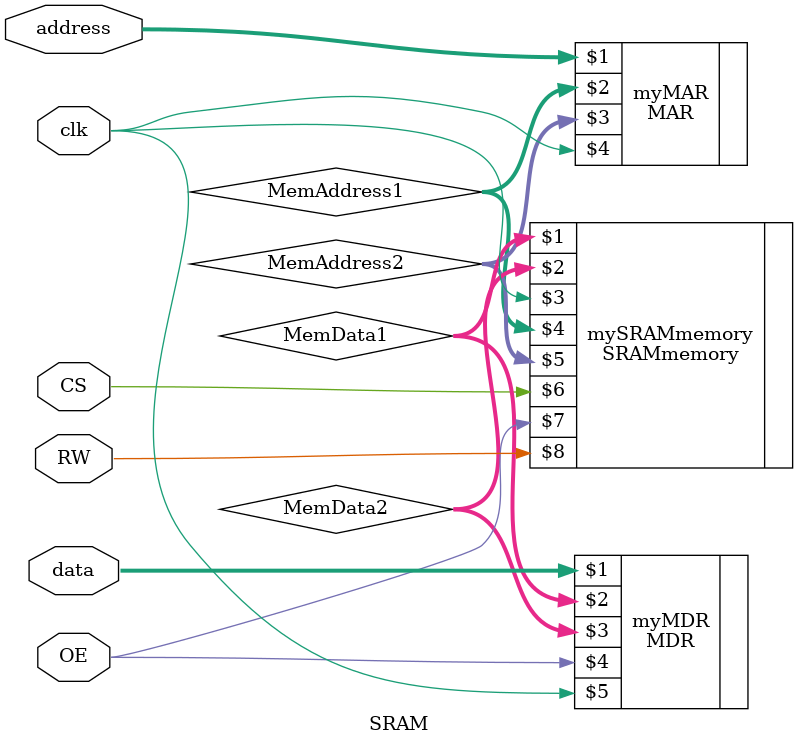
<source format=v>
`include "MAR.v"
`include "MDR.v"
`include "SRAMmemory.v"
`include "memory.v"

module SRAM (data, address,OE,CS,RW, clk/*,data1out,data2out*/);
	
	//output  [15:0] data1out,data2out;
	//wire [15:0] data1,data2;
	//assign data1out=data1;
	//assign data2out=data2;
	
	
	inout [31:0] data;
	input [10:0] address;
	input OE,CS,RW,clk;
	
	wire [10:0] MemAddress1,MemAddress2;
	wire [15:0] MemData1,MemData2;//,MemData12,MemData22;
	//logic [15:0] MemDataTransfer1,MemDataTransfer2;
	
	MAR myMAR (address,MemAddress1,MemAddress2,clk);
	MDR myMDR (data,MemData1,MemData2,OE,clk);
	SRAMmemory mySRAMmemory (MemData1, MemData2, clk, MemAddress1, MemAddress2,CS, OE, RW/*,data1,data2*/);
	

	
	//assign data1=MemData1;
	//assign data2=MemData2;
	
	/*
	always @ (*)
		begin
			if (OE)
			begin
				MemDataTransfer1=MemData12;
				MemDataTransfer2=MemData22;
			end
			else 
			begin
				MemDataTransfer1=MemData1;
				MemDataTransfer2=MemData2;
			end
		end
	
	assign MemData1=(OE)?MemDataTransfer1:16'bz;
	assign MemData2=(OE)?MemDataTransfer2:16'bz;
	*/
	
endmodule
</source>
